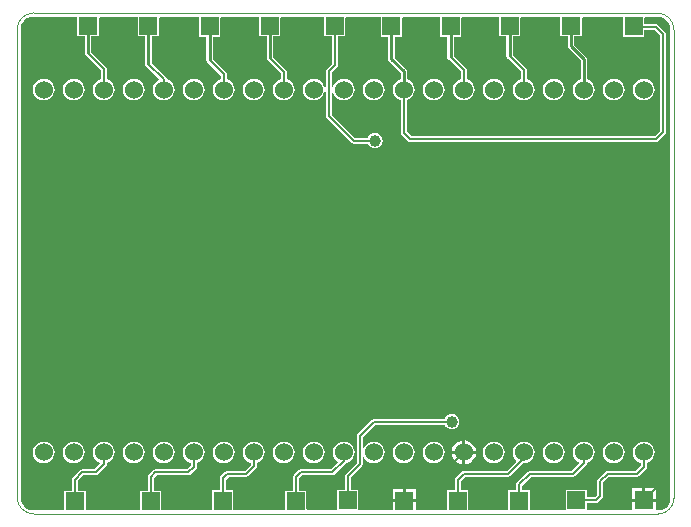
<source format=gtl>
G04*
G04 #@! TF.GenerationSoftware,Altium Limited,Altium Designer,18.1.6 (161)*
G04*
G04 Layer_Physical_Order=1*
G04 Layer_Color=255*
%FSAX44Y44*%
%MOMM*%
G71*
G01*
G75*
%ADD11C,0.2000*%
%ADD12C,0.2540*%
%ADD13C,0.1000*%
%ADD17R,1.5000X1.5000*%
%ADD18C,1.5240*%
%ADD19C,1.0000*%
G36*
X01078000Y01024936D02*
Y01008000D01*
X01084176D01*
Y00991000D01*
X01084391Y00989919D01*
X01085003Y00989003D01*
X01085919Y00988391D01*
X01086026Y00988370D01*
X01095701Y00978694D01*
Y00971966D01*
X01093651Y00971116D01*
X01091746Y00969655D01*
X01090284Y00967749D01*
X01089365Y00965531D01*
X01089051Y00963150D01*
X01089365Y00960769D01*
X01090284Y00958551D01*
X01091746Y00956646D01*
X01093651Y00955184D01*
X01095869Y00954265D01*
X01098250Y00953951D01*
X01100631Y00954265D01*
X01102849Y00955184D01*
X01104754Y00956646D01*
X01106216Y00958551D01*
X01107135Y00960769D01*
X01107449Y00963150D01*
X01107135Y00965531D01*
X01106216Y00967749D01*
X01104754Y00969655D01*
X01102849Y00971116D01*
X01100799Y00971966D01*
Y00979750D01*
X01100605Y00980725D01*
X01100052Y00981552D01*
X01089824Y00991780D01*
Y01008000D01*
X01096000D01*
Y01024038D01*
X01096898Y01024936D01*
X01128000Y01024936D01*
Y01008200D01*
X01134176D01*
Y00992000D01*
X01134391Y00990919D01*
X01135003Y00990003D01*
X01135919Y00989391D01*
X01136026Y00989370D01*
X01146501Y00978894D01*
Y00971966D01*
X01144451Y00971116D01*
X01142545Y00969655D01*
X01141084Y00967749D01*
X01140165Y00965531D01*
X01139851Y00963150D01*
X01140165Y00960769D01*
X01141084Y00958551D01*
X01142545Y00956646D01*
X01144451Y00955184D01*
X01146669Y00954265D01*
X01149050Y00953951D01*
X01151431Y00954265D01*
X01153649Y00955184D01*
X01155555Y00956646D01*
X01157016Y00958551D01*
X01157935Y00960769D01*
X01158249Y00963150D01*
X01157935Y00965531D01*
X01157016Y00967749D01*
X01155555Y00969655D01*
X01153649Y00971116D01*
X01151599Y00971966D01*
Y00979950D01*
X01151405Y00980925D01*
X01150852Y00981752D01*
X01139824Y00992781D01*
Y01008200D01*
X01146000D01*
Y01024037D01*
X01146898Y01024935D01*
X01180000Y01024935D01*
Y01008200D01*
X01186176D01*
Y01000000D01*
X01186176Y01000000D01*
X01186391Y00998919D01*
X01187003Y00998003D01*
X01197026Y00987980D01*
Y00971852D01*
X01195251Y00971116D01*
X01193345Y00969655D01*
X01191884Y00967749D01*
X01190965Y00965531D01*
X01190651Y00963150D01*
X01190965Y00960769D01*
X01191884Y00958551D01*
X01193345Y00956646D01*
X01195251Y00955184D01*
X01197469Y00954265D01*
X01199850Y00953951D01*
X01202231Y00954265D01*
X01204449Y00955184D01*
X01206355Y00956646D01*
X01207816Y00958551D01*
X01208735Y00960769D01*
X01209049Y00963150D01*
X01208735Y00965531D01*
X01207816Y00967749D01*
X01206355Y00969655D01*
X01204449Y00971116D01*
X01202674Y00971852D01*
Y00989150D01*
X01202674Y00989150D01*
X01202459Y00990231D01*
X01201847Y00991147D01*
X01201847Y00991147D01*
X01191824Y01001170D01*
Y01008200D01*
X01198000D01*
Y01024037D01*
X01198898Y01024935D01*
X01233000Y01024934D01*
Y01008000D01*
X01251000D01*
Y01013451D01*
X01259944D01*
X01264451Y01008944D01*
Y00928056D01*
X01259944Y00923549D01*
X01054056D01*
X01049999Y00927606D01*
Y00954334D01*
X01052049Y00955184D01*
X01053954Y00956646D01*
X01055416Y00958551D01*
X01056335Y00960769D01*
X01056649Y00963150D01*
X01056335Y00965531D01*
X01055416Y00967749D01*
X01053954Y00969655D01*
X01052049Y00971116D01*
X01050274Y00971852D01*
Y00978550D01*
X01050274Y00978550D01*
X01050059Y00979631D01*
X01049447Y00980547D01*
X01049447Y00980547D01*
X01039824Y00990170D01*
Y01008000D01*
X01046000D01*
Y01024039D01*
X01046898Y01024937D01*
X01078000Y01024936D01*
D02*
G37*
G36*
X00733921Y01024941D02*
X00733961Y01024948D01*
X00734000Y01024940D01*
X00771000Y01024940D01*
Y01008200D01*
X00777176D01*
Y00994000D01*
X00777391Y00992919D01*
X00778003Y00992003D01*
X00778919Y00991391D01*
X00779026Y00991369D01*
X00790901Y00979494D01*
Y00971966D01*
X00788851Y00971116D01*
X00786945Y00969655D01*
X00785484Y00967749D01*
X00784565Y00965531D01*
X00784251Y00963150D01*
X00784565Y00960769D01*
X00785484Y00958551D01*
X00786945Y00956646D01*
X00788851Y00955184D01*
X00791069Y00954265D01*
X00793450Y00953951D01*
X00795831Y00954265D01*
X00798049Y00955184D01*
X00799955Y00956646D01*
X00801416Y00958551D01*
X00802335Y00960769D01*
X00802649Y00963150D01*
X00802335Y00965531D01*
X00801416Y00967749D01*
X00799955Y00969655D01*
X00798049Y00971116D01*
X00795999Y00971966D01*
Y00980550D01*
X00795805Y00981525D01*
X00795252Y00982352D01*
X00782824Y00994781D01*
Y01008200D01*
X00789000D01*
Y01024042D01*
X00789898Y01024940D01*
X00822000Y01024939D01*
Y01008200D01*
X00828176D01*
Y00985000D01*
X00828391Y00983919D01*
X00829003Y00983003D01*
X00829919Y00982391D01*
X00830026Y00982370D01*
X00839994Y00972402D01*
X00839790Y00971376D01*
X00839556Y00971043D01*
X00837746Y00969655D01*
X00836284Y00967749D01*
X00835365Y00965531D01*
X00835051Y00963150D01*
X00835365Y00960769D01*
X00836284Y00958551D01*
X00837746Y00956646D01*
X00839651Y00955184D01*
X00841869Y00954265D01*
X00844250Y00953951D01*
X00846631Y00954265D01*
X00848849Y00955184D01*
X00850754Y00956646D01*
X00852216Y00958551D01*
X00853135Y00960769D01*
X00853449Y00963150D01*
X00853135Y00965531D01*
X00852216Y00967749D01*
X00850754Y00969655D01*
X00848849Y00971116D01*
X00846752Y00971985D01*
X00846605Y00972726D01*
X00846052Y00973552D01*
X00833824Y00985780D01*
Y01008200D01*
X00840000D01*
Y01024041D01*
X00840898Y01024939D01*
X00874000Y01024939D01*
Y01008000D01*
X00880176D01*
Y00988000D01*
X00880391Y00986919D01*
X00881003Y00986003D01*
X00881919Y00985391D01*
X00882026Y00985369D01*
X00892501Y00974894D01*
Y00971966D01*
X00890451Y00971116D01*
X00888546Y00969655D01*
X00887084Y00967749D01*
X00886165Y00965531D01*
X00885851Y00963150D01*
X00886165Y00960769D01*
X00887084Y00958551D01*
X00888546Y00956646D01*
X00890451Y00955184D01*
X00892669Y00954265D01*
X00895050Y00953951D01*
X00897431Y00954265D01*
X00899649Y00955184D01*
X00901554Y00956646D01*
X00903016Y00958551D01*
X00903935Y00960769D01*
X00904249Y00963150D01*
X00903935Y00965531D01*
X00903016Y00967749D01*
X00901554Y00969655D01*
X00899649Y00971116D01*
X00897599Y00971966D01*
Y00975950D01*
X00897405Y00976926D01*
X00896852Y00977752D01*
X00885824Y00988781D01*
Y01008000D01*
X00892000D01*
Y01024041D01*
X00892898Y01024939D01*
X00925000Y01024938D01*
Y01008200D01*
X00931176D01*
Y00990000D01*
X00931391Y00988919D01*
X00932003Y00988003D01*
X00932919Y00987391D01*
X00933026Y00987370D01*
X00943301Y00977094D01*
Y00971966D01*
X00941251Y00971116D01*
X00939345Y00969655D01*
X00937884Y00967749D01*
X00936965Y00965531D01*
X00936651Y00963150D01*
X00936965Y00960769D01*
X00937884Y00958551D01*
X00939345Y00956646D01*
X00941251Y00955184D01*
X00943469Y00954265D01*
X00945850Y00953951D01*
X00948231Y00954265D01*
X00950449Y00955184D01*
X00952355Y00956646D01*
X00953816Y00958551D01*
X00954735Y00960769D01*
X00955049Y00963150D01*
X00954735Y00965531D01*
X00953816Y00967749D01*
X00952355Y00969655D01*
X00950449Y00971116D01*
X00948399Y00971966D01*
Y00978150D01*
X00948205Y00979126D01*
X00947652Y00979952D01*
X00936824Y00990780D01*
Y01008200D01*
X00943000D01*
Y01024040D01*
X00943898Y01024938D01*
X00980000Y01024938D01*
Y01008200D01*
X00986451D01*
Y00985056D01*
X00982198Y00980802D01*
X00981645Y00979975D01*
X00981451Y00979000D01*
Y00965266D01*
X00980181Y00965183D01*
X00980135Y00965531D01*
X00979216Y00967749D01*
X00977755Y00969655D01*
X00975849Y00971116D01*
X00973631Y00972035D01*
X00971250Y00972349D01*
X00968869Y00972035D01*
X00966651Y00971116D01*
X00964745Y00969655D01*
X00963284Y00967749D01*
X00962365Y00965531D01*
X00962051Y00963150D01*
X00962365Y00960769D01*
X00963284Y00958551D01*
X00964745Y00956646D01*
X00966651Y00955184D01*
X00968869Y00954265D01*
X00971250Y00953951D01*
X00973631Y00954265D01*
X00975849Y00955184D01*
X00977755Y00956646D01*
X00979216Y00958551D01*
X00980135Y00960769D01*
X00980181Y00961117D01*
X00981451Y00961034D01*
Y00941000D01*
X00981645Y00940025D01*
X00982198Y00939198D01*
X01003198Y00918198D01*
X01004025Y00917645D01*
X01005000Y00917451D01*
X01017020D01*
X01017322Y00916722D01*
X01018364Y00915364D01*
X01019722Y00914322D01*
X01021303Y00913667D01*
X01023000Y00913444D01*
X01024697Y00913667D01*
X01026278Y00914322D01*
X01027636Y00915364D01*
X01028678Y00916722D01*
X01029333Y00918303D01*
X01029556Y00920000D01*
X01029333Y00921697D01*
X01028678Y00923278D01*
X01027636Y00924636D01*
X01026278Y00925678D01*
X01024697Y00926333D01*
X01023000Y00926556D01*
X01021303Y00926333D01*
X01019722Y00925678D01*
X01018364Y00924636D01*
X01017322Y00923278D01*
X01017020Y00922549D01*
X01006056D01*
X00986549Y00942056D01*
Y00960528D01*
X00987765Y00960769D01*
X00988684Y00958551D01*
X00990145Y00956646D01*
X00992051Y00955184D01*
X00994269Y00954265D01*
X00996650Y00953951D01*
X00999031Y00954265D01*
X01001249Y00955184D01*
X01003155Y00956646D01*
X01004616Y00958551D01*
X01005535Y00960769D01*
X01005849Y00963150D01*
X01005535Y00965531D01*
X01004616Y00967749D01*
X01003155Y00969655D01*
X01001249Y00971116D01*
X00999031Y00972035D01*
X00996650Y00972349D01*
X00994269Y00972035D01*
X00992051Y00971116D01*
X00990145Y00969655D01*
X00988684Y00967749D01*
X00987765Y00965531D01*
X00986549Y00965772D01*
Y00977944D01*
X00990802Y00982198D01*
X00991355Y00983025D01*
X00991549Y00984000D01*
Y01008200D01*
X00998000D01*
Y01024039D01*
X00998898Y01024937D01*
X01028000Y01024937D01*
Y01008000D01*
X01034176D01*
Y00989000D01*
X01034176Y00989000D01*
X01034391Y00987919D01*
X01035003Y00987003D01*
X01044626Y00977380D01*
Y00971852D01*
X01042851Y00971116D01*
X01040946Y00969655D01*
X01039484Y00967749D01*
X01038565Y00965531D01*
X01038251Y00963150D01*
X01038565Y00960769D01*
X01039484Y00958551D01*
X01040946Y00956646D01*
X01042851Y00955184D01*
X01044901Y00954334D01*
Y00926550D01*
X01045095Y00925574D01*
X01045648Y00924748D01*
X01051198Y00919198D01*
X01052025Y00918645D01*
X01053000Y00918451D01*
X01261000D01*
X01261975Y00918645D01*
X01262802Y00919198D01*
X01268802Y00925198D01*
X01269355Y00926025D01*
X01269549Y00927000D01*
Y01010000D01*
X01269355Y01010975D01*
X01268802Y01011802D01*
X01262802Y01017802D01*
X01261975Y01018355D01*
X01261000Y01018549D01*
X01251000D01*
Y01024036D01*
X01251898Y01024934D01*
X01262040Y01024934D01*
X01263121D01*
X01265242Y01024512D01*
X01267239Y01023685D01*
X01269037Y01022484D01*
X01270566Y01020955D01*
X01271767Y01019157D01*
X01272595Y01017160D01*
X01273008Y01015083D01*
X01272978Y01014047D01*
X01272985Y01014002D01*
X01272976Y01013958D01*
X01272987Y00616990D01*
Y00616007D01*
X01272604Y00614079D01*
X01271852Y00612263D01*
X01270760Y00610629D01*
X01269370Y00609240D01*
X01267736Y00608148D01*
X01265920Y00607396D01*
X01264048Y00607023D01*
X01263123Y00607057D01*
X01263066Y00607048D01*
X01263009Y00607060D01*
X01261588Y00607059D01*
X01260690Y00607957D01*
Y00614280D01*
X01240610D01*
Y00607058D01*
X01203298Y00607056D01*
X01202400Y00607953D01*
Y00612801D01*
X01210000D01*
X01210975Y00612995D01*
X01211802Y00613548D01*
X01215452Y00617198D01*
X01216005Y00618024D01*
X01216199Y00619000D01*
Y00630594D01*
X01221056Y00635451D01*
X01244650D01*
X01245625Y00635645D01*
X01246452Y00636198D01*
X01252452Y00642198D01*
X01253005Y00643025D01*
X01253199Y00644000D01*
Y00647184D01*
X01255249Y00648034D01*
X01257154Y00649496D01*
X01258616Y00651401D01*
X01259535Y00653619D01*
X01259849Y00656000D01*
X01259535Y00658381D01*
X01258616Y00660599D01*
X01257154Y00662505D01*
X01255249Y00663966D01*
X01253031Y00664885D01*
X01250650Y00665199D01*
X01248269Y00664885D01*
X01246051Y00663966D01*
X01244146Y00662505D01*
X01242684Y00660599D01*
X01241765Y00658381D01*
X01241451Y00656000D01*
X01241765Y00653619D01*
X01242684Y00651401D01*
X01244146Y00649496D01*
X01246051Y00648034D01*
X01248101Y00647184D01*
Y00645056D01*
X01243594Y00640549D01*
X01220000D01*
X01219025Y00640355D01*
X01218198Y00639802D01*
X01211848Y00633452D01*
X01211295Y00632626D01*
X01211101Y00631650D01*
Y00620056D01*
X01208944Y00617899D01*
X01202400D01*
Y00624350D01*
X01184400D01*
Y00607054D01*
X01154898Y00607052D01*
X01154000Y00607950D01*
Y00623850D01*
X01147549D01*
Y00627944D01*
X01155056Y00635451D01*
X01191000D01*
X01191975Y00635645D01*
X01192802Y00636198D01*
X01201652Y00645048D01*
X01202205Y00645875D01*
X01202399Y00646850D01*
Y00647184D01*
X01204449Y00648034D01*
X01206355Y00649496D01*
X01207816Y00651401D01*
X01208735Y00653619D01*
X01209049Y00656000D01*
X01208735Y00658381D01*
X01207816Y00660599D01*
X01206355Y00662505D01*
X01204449Y00663966D01*
X01202231Y00664885D01*
X01199850Y00665199D01*
X01197469Y00664885D01*
X01195251Y00663966D01*
X01193345Y00662505D01*
X01191884Y00660599D01*
X01190965Y00658381D01*
X01190651Y00656000D01*
X01190965Y00653619D01*
X01191884Y00651401D01*
X01193345Y00649496D01*
X01195251Y00648034D01*
X01195735Y00647833D01*
X01195983Y00646588D01*
X01189944Y00640549D01*
X01154000D01*
X01153025Y00640355D01*
X01152198Y00639802D01*
X01143198Y00630802D01*
X01142645Y00629976D01*
X01142451Y00629000D01*
Y00623850D01*
X01136000D01*
Y00607051D01*
X01102898Y00607049D01*
X01102000Y00607947D01*
Y00623850D01*
X01095549D01*
Y00631944D01*
X01099056Y00635451D01*
X01136000D01*
X01136975Y00635645D01*
X01137802Y00636198D01*
X01148481Y00646876D01*
X01149050Y00646801D01*
X01151431Y00647115D01*
X01153649Y00648034D01*
X01155555Y00649496D01*
X01157016Y00651401D01*
X01157935Y00653619D01*
X01158249Y00656000D01*
X01157935Y00658381D01*
X01157016Y00660599D01*
X01155555Y00662505D01*
X01153649Y00663966D01*
X01151431Y00664885D01*
X01149050Y00665199D01*
X01146669Y00664885D01*
X01144451Y00663966D01*
X01142545Y00662505D01*
X01141084Y00660599D01*
X01140165Y00658381D01*
X01139851Y00656000D01*
X01140165Y00653619D01*
X01141084Y00651401D01*
X01142545Y00649496D01*
X01142628Y00648233D01*
X01134944Y00640549D01*
X01098000D01*
X01097025Y00640355D01*
X01096198Y00639802D01*
X01091198Y00634802D01*
X01090645Y00633975D01*
X01090451Y00633000D01*
Y00623850D01*
X01084000D01*
Y00607047D01*
X01058938Y00607046D01*
X01058040Y00607944D01*
Y00613580D01*
X01037960D01*
Y00607044D01*
X01009898Y00607042D01*
X01009000Y00607940D01*
Y00624550D01*
X01002549D01*
Y00634944D01*
X01011802Y00644198D01*
X01012355Y00645024D01*
X01012549Y00646000D01*
Y00651787D01*
X01013819Y00652040D01*
X01014084Y00651401D01*
X01015546Y00649496D01*
X01017451Y00648034D01*
X01019669Y00647115D01*
X01022050Y00646801D01*
X01024431Y00647115D01*
X01026649Y00648034D01*
X01028555Y00649496D01*
X01030016Y00651401D01*
X01030935Y00653619D01*
X01031249Y00656000D01*
X01030935Y00658381D01*
X01030016Y00660599D01*
X01028555Y00662505D01*
X01026649Y00663966D01*
X01024431Y00664885D01*
X01022050Y00665199D01*
X01019669Y00664885D01*
X01017451Y00663966D01*
X01015546Y00662505D01*
X01014084Y00660599D01*
X01013819Y00659960D01*
X01012549Y00660213D01*
Y00668944D01*
X01023056Y00679451D01*
X01082020D01*
X01082322Y00678722D01*
X01083364Y00677364D01*
X01084722Y00676322D01*
X01086303Y00675667D01*
X01088000Y00675444D01*
X01089697Y00675667D01*
X01091278Y00676322D01*
X01092636Y00677364D01*
X01093678Y00678722D01*
X01094333Y00680303D01*
X01094556Y00682000D01*
X01094333Y00683697D01*
X01093678Y00685278D01*
X01092636Y00686636D01*
X01091278Y00687678D01*
X01089697Y00688333D01*
X01088000Y00688556D01*
X01086303Y00688333D01*
X01084722Y00687678D01*
X01083364Y00686636D01*
X01082322Y00685278D01*
X01082020Y00684549D01*
X01022000D01*
X01021025Y00684355D01*
X01020198Y00683802D01*
X01008198Y00671802D01*
X01007645Y00670975D01*
X01007451Y00670000D01*
Y00647056D01*
X00998198Y00637802D01*
X00997645Y00636976D01*
X00997451Y00636000D01*
Y00624550D01*
X00991000D01*
Y00607041D01*
X00965898Y00607039D01*
X00965000Y00607938D01*
Y00623600D01*
X00958549D01*
Y00633944D01*
X00961056Y00636451D01*
X00987000D01*
X00987975Y00636645D01*
X00988802Y00637198D01*
X00998452Y00646848D01*
X00998592Y00647057D01*
X00999031Y00647115D01*
X01001249Y00648034D01*
X01003155Y00649496D01*
X01004616Y00651401D01*
X01005535Y00653619D01*
X01005849Y00656000D01*
X01005535Y00658381D01*
X01004616Y00660599D01*
X01003155Y00662505D01*
X01001249Y00663966D01*
X00999031Y00664885D01*
X00996650Y00665199D01*
X00994269Y00664885D01*
X00992051Y00663966D01*
X00990145Y00662505D01*
X00988684Y00660599D01*
X00987765Y00658381D01*
X00987451Y00656000D01*
X00987765Y00653619D01*
X00988684Y00651401D01*
X00990145Y00649496D01*
X00991248Y00648649D01*
X00991391Y00646996D01*
X00985944Y00641549D01*
X00960000D01*
X00959025Y00641355D01*
X00958198Y00640802D01*
X00954198Y00636802D01*
X00953645Y00635975D01*
X00953451Y00635000D01*
Y00623600D01*
X00947000D01*
Y00607038D01*
X00903898Y00607035D01*
X00903000Y00607933D01*
Y00623850D01*
X00896549D01*
Y00632944D01*
X00899056Y00635451D01*
X00914000D01*
X00914976Y00635645D01*
X00915802Y00636198D01*
X00922252Y00642648D01*
X00922805Y00643475D01*
X00922999Y00644450D01*
Y00647184D01*
X00925049Y00648034D01*
X00926954Y00649496D01*
X00928416Y00651401D01*
X00929335Y00653619D01*
X00929649Y00656000D01*
X00929335Y00658381D01*
X00928416Y00660599D01*
X00926954Y00662505D01*
X00925049Y00663966D01*
X00922831Y00664885D01*
X00920450Y00665199D01*
X00918069Y00664885D01*
X00915851Y00663966D01*
X00913945Y00662505D01*
X00912484Y00660599D01*
X00911565Y00658381D01*
X00911251Y00656000D01*
X00911565Y00653619D01*
X00912484Y00651401D01*
X00913945Y00649496D01*
X00915851Y00648034D01*
X00917901Y00647184D01*
Y00645506D01*
X00912944Y00640549D01*
X00898000D01*
X00897025Y00640355D01*
X00896198Y00639802D01*
X00892198Y00635802D01*
X00891645Y00634976D01*
X00891451Y00634000D01*
Y00623850D01*
X00885000D01*
Y00607034D01*
X00842898Y00607031D01*
X00842000Y00607929D01*
Y00623600D01*
X00835549D01*
Y00633944D01*
X00838056Y00636451D01*
X00865000D01*
X00865975Y00636645D01*
X00866802Y00637198D01*
X00871452Y00641848D01*
X00872005Y00642675D01*
X00872199Y00643650D01*
Y00647184D01*
X00874249Y00648034D01*
X00876154Y00649496D01*
X00877616Y00651401D01*
X00878535Y00653619D01*
X00878849Y00656000D01*
X00878535Y00658381D01*
X00877616Y00660599D01*
X00876154Y00662505D01*
X00874249Y00663966D01*
X00872031Y00664885D01*
X00869650Y00665199D01*
X00867269Y00664885D01*
X00865051Y00663966D01*
X00863146Y00662505D01*
X00861684Y00660599D01*
X00860765Y00658381D01*
X00860451Y00656000D01*
X00860765Y00653619D01*
X00861684Y00651401D01*
X00863146Y00649496D01*
X00865051Y00648034D01*
X00867101Y00647184D01*
Y00644706D01*
X00863944Y00641549D01*
X00837000D01*
X00836025Y00641355D01*
X00835198Y00640802D01*
X00831198Y00636802D01*
X00830645Y00635975D01*
X00830451Y00635000D01*
Y00623600D01*
X00824000D01*
Y00607030D01*
X00778898Y00607027D01*
X00778000Y00607925D01*
Y00623600D01*
X00771549D01*
Y00631944D01*
X00776056Y00636451D01*
X00786450D01*
X00787426Y00636645D01*
X00788252Y00637198D01*
X00795252Y00644198D01*
X00795805Y00645025D01*
X00795999Y00646000D01*
Y00647184D01*
X00798049Y00648034D01*
X00799955Y00649496D01*
X00801416Y00651401D01*
X00802335Y00653619D01*
X00802649Y00656000D01*
X00802335Y00658381D01*
X00801416Y00660599D01*
X00799955Y00662505D01*
X00798049Y00663966D01*
X00795831Y00664885D01*
X00793450Y00665199D01*
X00791069Y00664885D01*
X00788851Y00663966D01*
X00786945Y00662505D01*
X00785484Y00660599D01*
X00784565Y00658381D01*
X00784251Y00656000D01*
X00784565Y00653619D01*
X00785484Y00651401D01*
X00786945Y00649496D01*
X00788851Y00648034D01*
X00789722Y00647673D01*
X00790020Y00646175D01*
X00785394Y00641549D01*
X00775000D01*
X00774025Y00641355D01*
X00773198Y00640802D01*
X00767198Y00634802D01*
X00766645Y00633975D01*
X00766451Y00633000D01*
Y00623600D01*
X00760000D01*
Y00607026D01*
X00734000Y00607024D01*
X00732919D01*
X00730798Y00607446D01*
X00728801Y00608273D01*
X00727003Y00609474D01*
X00725474Y00611003D01*
X00724273Y00612801D01*
X00723446Y00614798D01*
X00723031Y00616881D01*
X00723058Y00617923D01*
X00723051Y00617962D01*
X00723059Y00618000D01*
X00723024Y01014000D01*
Y01015081D01*
X00723446Y01017202D01*
X00724273Y01019199D01*
X00725474Y01020997D01*
X00727003Y01022526D01*
X00728801Y01023727D01*
X00730798Y01024554D01*
X00732880Y01024968D01*
X00733921Y01024941D01*
D02*
G37*
%LPC*%
G36*
X01250650Y00972349D02*
X01248269Y00972035D01*
X01246051Y00971116D01*
X01244146Y00969655D01*
X01242684Y00967749D01*
X01241765Y00965531D01*
X01241451Y00963150D01*
X01241765Y00960769D01*
X01242684Y00958551D01*
X01244146Y00956646D01*
X01246051Y00955184D01*
X01248269Y00954265D01*
X01250650Y00953951D01*
X01253031Y00954265D01*
X01255249Y00955184D01*
X01257154Y00956646D01*
X01258616Y00958551D01*
X01259535Y00960769D01*
X01259849Y00963150D01*
X01259535Y00965531D01*
X01258616Y00967749D01*
X01257154Y00969655D01*
X01255249Y00971116D01*
X01253031Y00972035D01*
X01250650Y00972349D01*
D02*
G37*
G36*
X01225250D02*
X01222869Y00972035D01*
X01220651Y00971116D01*
X01218745Y00969655D01*
X01217284Y00967749D01*
X01216365Y00965531D01*
X01216051Y00963150D01*
X01216365Y00960769D01*
X01217284Y00958551D01*
X01218745Y00956646D01*
X01220651Y00955184D01*
X01222869Y00954265D01*
X01225250Y00953951D01*
X01227631Y00954265D01*
X01229849Y00955184D01*
X01231755Y00956646D01*
X01233216Y00958551D01*
X01234135Y00960769D01*
X01234449Y00963150D01*
X01234135Y00965531D01*
X01233216Y00967749D01*
X01231755Y00969655D01*
X01229849Y00971116D01*
X01227631Y00972035D01*
X01225250Y00972349D01*
D02*
G37*
G36*
X01174450D02*
X01172069Y00972035D01*
X01169851Y00971116D01*
X01167945Y00969655D01*
X01166484Y00967749D01*
X01165565Y00965531D01*
X01165251Y00963150D01*
X01165565Y00960769D01*
X01166484Y00958551D01*
X01167945Y00956646D01*
X01169851Y00955184D01*
X01172069Y00954265D01*
X01174450Y00953951D01*
X01176831Y00954265D01*
X01179049Y00955184D01*
X01180955Y00956646D01*
X01182416Y00958551D01*
X01183335Y00960769D01*
X01183649Y00963150D01*
X01183335Y00965531D01*
X01182416Y00967749D01*
X01180955Y00969655D01*
X01179049Y00971116D01*
X01176831Y00972035D01*
X01174450Y00972349D01*
D02*
G37*
G36*
X01123650D02*
X01121269Y00972035D01*
X01119051Y00971116D01*
X01117145Y00969655D01*
X01115684Y00967749D01*
X01114765Y00965531D01*
X01114451Y00963150D01*
X01114765Y00960769D01*
X01115684Y00958551D01*
X01117145Y00956646D01*
X01119051Y00955184D01*
X01121269Y00954265D01*
X01123650Y00953951D01*
X01126031Y00954265D01*
X01128249Y00955184D01*
X01130154Y00956646D01*
X01131616Y00958551D01*
X01132535Y00960769D01*
X01132849Y00963150D01*
X01132535Y00965531D01*
X01131616Y00967749D01*
X01130154Y00969655D01*
X01128249Y00971116D01*
X01126031Y00972035D01*
X01123650Y00972349D01*
D02*
G37*
G36*
X01072850D02*
X01070469Y00972035D01*
X01068251Y00971116D01*
X01066346Y00969655D01*
X01064884Y00967749D01*
X01063965Y00965531D01*
X01063651Y00963150D01*
X01063965Y00960769D01*
X01064884Y00958551D01*
X01066346Y00956646D01*
X01068251Y00955184D01*
X01070469Y00954265D01*
X01072850Y00953951D01*
X01075231Y00954265D01*
X01077449Y00955184D01*
X01079354Y00956646D01*
X01080816Y00958551D01*
X01081735Y00960769D01*
X01082049Y00963150D01*
X01081735Y00965531D01*
X01080816Y00967749D01*
X01079354Y00969655D01*
X01077449Y00971116D01*
X01075231Y00972035D01*
X01072850Y00972349D01*
D02*
G37*
G36*
X01022050D02*
X01019669Y00972035D01*
X01017451Y00971116D01*
X01015546Y00969655D01*
X01014084Y00967749D01*
X01013165Y00965531D01*
X01012851Y00963150D01*
X01013165Y00960769D01*
X01014084Y00958551D01*
X01015546Y00956646D01*
X01017451Y00955184D01*
X01019669Y00954265D01*
X01022050Y00953951D01*
X01024431Y00954265D01*
X01026649Y00955184D01*
X01028555Y00956646D01*
X01030016Y00958551D01*
X01030935Y00960769D01*
X01031249Y00963150D01*
X01030935Y00965531D01*
X01030016Y00967749D01*
X01028555Y00969655D01*
X01026649Y00971116D01*
X01024431Y00972035D01*
X01022050Y00972349D01*
D02*
G37*
G36*
X00920450D02*
X00918069Y00972035D01*
X00915851Y00971116D01*
X00913945Y00969655D01*
X00912484Y00967749D01*
X00911565Y00965531D01*
X00911251Y00963150D01*
X00911565Y00960769D01*
X00912484Y00958551D01*
X00913945Y00956646D01*
X00915851Y00955184D01*
X00918069Y00954265D01*
X00920450Y00953951D01*
X00922831Y00954265D01*
X00925049Y00955184D01*
X00926954Y00956646D01*
X00928416Y00958551D01*
X00929335Y00960769D01*
X00929649Y00963150D01*
X00929335Y00965531D01*
X00928416Y00967749D01*
X00926954Y00969655D01*
X00925049Y00971116D01*
X00922831Y00972035D01*
X00920450Y00972349D01*
D02*
G37*
G36*
X00869650D02*
X00867269Y00972035D01*
X00865051Y00971116D01*
X00863146Y00969655D01*
X00861684Y00967749D01*
X00860765Y00965531D01*
X00860451Y00963150D01*
X00860765Y00960769D01*
X00861684Y00958551D01*
X00863146Y00956646D01*
X00865051Y00955184D01*
X00867269Y00954265D01*
X00869650Y00953951D01*
X00872031Y00954265D01*
X00874249Y00955184D01*
X00876154Y00956646D01*
X00877616Y00958551D01*
X00878535Y00960769D01*
X00878849Y00963150D01*
X00878535Y00965531D01*
X00877616Y00967749D01*
X00876154Y00969655D01*
X00874249Y00971116D01*
X00872031Y00972035D01*
X00869650Y00972349D01*
D02*
G37*
G36*
X00818850D02*
X00816469Y00972035D01*
X00814251Y00971116D01*
X00812346Y00969655D01*
X00810884Y00967749D01*
X00809965Y00965531D01*
X00809651Y00963150D01*
X00809965Y00960769D01*
X00810884Y00958551D01*
X00812346Y00956646D01*
X00814251Y00955184D01*
X00816469Y00954265D01*
X00818850Y00953951D01*
X00821231Y00954265D01*
X00823449Y00955184D01*
X00825355Y00956646D01*
X00826816Y00958551D01*
X00827735Y00960769D01*
X00828049Y00963150D01*
X00827735Y00965531D01*
X00826816Y00967749D01*
X00825355Y00969655D01*
X00823449Y00971116D01*
X00821231Y00972035D01*
X00818850Y00972349D01*
D02*
G37*
G36*
X00768050D02*
X00765669Y00972035D01*
X00763451Y00971116D01*
X00761545Y00969655D01*
X00760084Y00967749D01*
X00759165Y00965531D01*
X00758851Y00963150D01*
X00759165Y00960769D01*
X00760084Y00958551D01*
X00761545Y00956646D01*
X00763451Y00955184D01*
X00765669Y00954265D01*
X00768050Y00953951D01*
X00770431Y00954265D01*
X00772649Y00955184D01*
X00774555Y00956646D01*
X00776016Y00958551D01*
X00776935Y00960769D01*
X00777249Y00963150D01*
X00776935Y00965531D01*
X00776016Y00967749D01*
X00774555Y00969655D01*
X00772649Y00971116D01*
X00770431Y00972035D01*
X00768050Y00972349D01*
D02*
G37*
G36*
X00742650D02*
X00740269Y00972035D01*
X00738051Y00971116D01*
X00736145Y00969655D01*
X00734684Y00967749D01*
X00733765Y00965531D01*
X00733451Y00963150D01*
X00733765Y00960769D01*
X00734684Y00958551D01*
X00736145Y00956646D01*
X00738051Y00955184D01*
X00740269Y00954265D01*
X00742650Y00953951D01*
X00745031Y00954265D01*
X00747249Y00955184D01*
X00749155Y00956646D01*
X00750616Y00958551D01*
X00751535Y00960769D01*
X00751849Y00963150D01*
X00751535Y00965531D01*
X00750616Y00967749D01*
X00749155Y00969655D01*
X00747249Y00971116D01*
X00745031Y00972035D01*
X00742650Y00972349D01*
D02*
G37*
G36*
X01099520Y00666080D02*
Y00657270D01*
X01108331D01*
X01108148Y00658652D01*
X01107125Y00661124D01*
X01105496Y00663246D01*
X01103374Y00664875D01*
X01100902Y00665899D01*
X01099520Y00666080D01*
D02*
G37*
G36*
X01096980Y00666080D02*
X01095598Y00665899D01*
X01093126Y00664875D01*
X01091004Y00663246D01*
X01089375Y00661124D01*
X01088352Y00658652D01*
X01088169Y00657270D01*
X01096980D01*
Y00666080D01*
D02*
G37*
G36*
X01225250Y00665199D02*
X01222869Y00664885D01*
X01220651Y00663966D01*
X01218745Y00662505D01*
X01217284Y00660599D01*
X01216365Y00658381D01*
X01216051Y00656000D01*
X01216365Y00653619D01*
X01217284Y00651401D01*
X01218745Y00649496D01*
X01220651Y00648034D01*
X01222869Y00647115D01*
X01225250Y00646801D01*
X01227631Y00647115D01*
X01229849Y00648034D01*
X01231755Y00649496D01*
X01233216Y00651401D01*
X01234135Y00653619D01*
X01234449Y00656000D01*
X01234135Y00658381D01*
X01233216Y00660599D01*
X01231755Y00662505D01*
X01229849Y00663966D01*
X01227631Y00664885D01*
X01225250Y00665199D01*
D02*
G37*
G36*
X01174450D02*
X01172069Y00664885D01*
X01169851Y00663966D01*
X01167945Y00662505D01*
X01166484Y00660599D01*
X01165565Y00658381D01*
X01165251Y00656000D01*
X01165565Y00653619D01*
X01166484Y00651401D01*
X01167945Y00649496D01*
X01169851Y00648034D01*
X01172069Y00647115D01*
X01174450Y00646801D01*
X01176831Y00647115D01*
X01179049Y00648034D01*
X01180955Y00649496D01*
X01182416Y00651401D01*
X01183335Y00653619D01*
X01183649Y00656000D01*
X01183335Y00658381D01*
X01182416Y00660599D01*
X01180955Y00662505D01*
X01179049Y00663966D01*
X01176831Y00664885D01*
X01174450Y00665199D01*
D02*
G37*
G36*
X01123650D02*
X01121269Y00664885D01*
X01119051Y00663966D01*
X01117145Y00662505D01*
X01115684Y00660599D01*
X01114765Y00658381D01*
X01114451Y00656000D01*
X01114765Y00653619D01*
X01115684Y00651401D01*
X01117145Y00649496D01*
X01119051Y00648034D01*
X01121269Y00647115D01*
X01123650Y00646801D01*
X01126031Y00647115D01*
X01128249Y00648034D01*
X01130154Y00649496D01*
X01131616Y00651401D01*
X01132535Y00653619D01*
X01132849Y00656000D01*
X01132535Y00658381D01*
X01131616Y00660599D01*
X01130154Y00662505D01*
X01128249Y00663966D01*
X01126031Y00664885D01*
X01123650Y00665199D01*
D02*
G37*
G36*
X01072850D02*
X01070469Y00664885D01*
X01068251Y00663966D01*
X01066346Y00662505D01*
X01064884Y00660599D01*
X01063965Y00658381D01*
X01063651Y00656000D01*
X01063965Y00653619D01*
X01064884Y00651401D01*
X01066346Y00649496D01*
X01068251Y00648034D01*
X01070469Y00647115D01*
X01072850Y00646801D01*
X01075231Y00647115D01*
X01077449Y00648034D01*
X01079354Y00649496D01*
X01080816Y00651401D01*
X01081735Y00653619D01*
X01082049Y00656000D01*
X01081735Y00658381D01*
X01080816Y00660599D01*
X01079354Y00662505D01*
X01077449Y00663966D01*
X01075231Y00664885D01*
X01072850Y00665199D01*
D02*
G37*
G36*
X01047450D02*
X01045069Y00664885D01*
X01042851Y00663966D01*
X01040946Y00662505D01*
X01039484Y00660599D01*
X01038565Y00658381D01*
X01038251Y00656000D01*
X01038565Y00653619D01*
X01039484Y00651401D01*
X01040946Y00649496D01*
X01042851Y00648034D01*
X01045069Y00647115D01*
X01047450Y00646801D01*
X01049831Y00647115D01*
X01052049Y00648034D01*
X01053954Y00649496D01*
X01055416Y00651401D01*
X01056335Y00653619D01*
X01056649Y00656000D01*
X01056335Y00658381D01*
X01055416Y00660599D01*
X01053954Y00662505D01*
X01052049Y00663966D01*
X01049831Y00664885D01*
X01047450Y00665199D01*
D02*
G37*
G36*
X00971250D02*
X00968869Y00664885D01*
X00966651Y00663966D01*
X00964745Y00662505D01*
X00963284Y00660599D01*
X00962365Y00658381D01*
X00962051Y00656000D01*
X00962365Y00653619D01*
X00963284Y00651401D01*
X00964745Y00649496D01*
X00966651Y00648034D01*
X00968869Y00647115D01*
X00971250Y00646801D01*
X00973631Y00647115D01*
X00975849Y00648034D01*
X00977755Y00649496D01*
X00979216Y00651401D01*
X00980135Y00653619D01*
X00980449Y00656000D01*
X00980135Y00658381D01*
X00979216Y00660599D01*
X00977755Y00662505D01*
X00975849Y00663966D01*
X00973631Y00664885D01*
X00971250Y00665199D01*
D02*
G37*
G36*
X00945850D02*
X00943469Y00664885D01*
X00941251Y00663966D01*
X00939345Y00662505D01*
X00937884Y00660599D01*
X00936965Y00658381D01*
X00936651Y00656000D01*
X00936965Y00653619D01*
X00937884Y00651401D01*
X00939345Y00649496D01*
X00941251Y00648034D01*
X00943469Y00647115D01*
X00945850Y00646801D01*
X00948231Y00647115D01*
X00950449Y00648034D01*
X00952355Y00649496D01*
X00953816Y00651401D01*
X00954735Y00653619D01*
X00955049Y00656000D01*
X00954735Y00658381D01*
X00953816Y00660599D01*
X00952355Y00662505D01*
X00950449Y00663966D01*
X00948231Y00664885D01*
X00945850Y00665199D01*
D02*
G37*
G36*
X00895050D02*
X00892669Y00664885D01*
X00890451Y00663966D01*
X00888546Y00662505D01*
X00887084Y00660599D01*
X00886165Y00658381D01*
X00885851Y00656000D01*
X00886165Y00653619D01*
X00887084Y00651401D01*
X00888546Y00649496D01*
X00890451Y00648034D01*
X00892669Y00647115D01*
X00895050Y00646801D01*
X00897431Y00647115D01*
X00899649Y00648034D01*
X00901554Y00649496D01*
X00903016Y00651401D01*
X00903935Y00653619D01*
X00904249Y00656000D01*
X00903935Y00658381D01*
X00903016Y00660599D01*
X00901554Y00662505D01*
X00899649Y00663966D01*
X00897431Y00664885D01*
X00895050Y00665199D01*
D02*
G37*
G36*
X00844250D02*
X00841869Y00664885D01*
X00839651Y00663966D01*
X00837746Y00662505D01*
X00836284Y00660599D01*
X00835365Y00658381D01*
X00835051Y00656000D01*
X00835365Y00653619D01*
X00836284Y00651401D01*
X00837746Y00649496D01*
X00839651Y00648034D01*
X00841869Y00647115D01*
X00844250Y00646801D01*
X00846631Y00647115D01*
X00848849Y00648034D01*
X00850754Y00649496D01*
X00852216Y00651401D01*
X00853135Y00653619D01*
X00853449Y00656000D01*
X00853135Y00658381D01*
X00852216Y00660599D01*
X00850754Y00662505D01*
X00848849Y00663966D01*
X00846631Y00664885D01*
X00844250Y00665199D01*
D02*
G37*
G36*
X00818850D02*
X00816469Y00664885D01*
X00814251Y00663966D01*
X00812346Y00662505D01*
X00810884Y00660599D01*
X00809965Y00658381D01*
X00809651Y00656000D01*
X00809965Y00653619D01*
X00810884Y00651401D01*
X00812346Y00649496D01*
X00814251Y00648034D01*
X00816469Y00647115D01*
X00818850Y00646801D01*
X00821231Y00647115D01*
X00823449Y00648034D01*
X00825355Y00649496D01*
X00826816Y00651401D01*
X00827735Y00653619D01*
X00828049Y00656000D01*
X00827735Y00658381D01*
X00826816Y00660599D01*
X00825355Y00662505D01*
X00823449Y00663966D01*
X00821231Y00664885D01*
X00818850Y00665199D01*
D02*
G37*
G36*
X00768050D02*
X00765669Y00664885D01*
X00763451Y00663966D01*
X00761545Y00662505D01*
X00760084Y00660599D01*
X00759165Y00658381D01*
X00758851Y00656000D01*
X00759165Y00653619D01*
X00760084Y00651401D01*
X00761545Y00649496D01*
X00763451Y00648034D01*
X00765669Y00647115D01*
X00768050Y00646801D01*
X00770431Y00647115D01*
X00772649Y00648034D01*
X00774555Y00649496D01*
X00776016Y00651401D01*
X00776935Y00653619D01*
X00777249Y00656000D01*
X00776935Y00658381D01*
X00776016Y00660599D01*
X00774555Y00662505D01*
X00772649Y00663966D01*
X00770431Y00664885D01*
X00768050Y00665199D01*
D02*
G37*
G36*
X00742650D02*
X00740269Y00664885D01*
X00738051Y00663966D01*
X00736145Y00662505D01*
X00734684Y00660599D01*
X00733765Y00658381D01*
X00733451Y00656000D01*
X00733765Y00653619D01*
X00734684Y00651401D01*
X00736145Y00649496D01*
X00738051Y00648034D01*
X00740269Y00647115D01*
X00742650Y00646801D01*
X00745031Y00647115D01*
X00747249Y00648034D01*
X00749155Y00649496D01*
X00750616Y00651401D01*
X00751535Y00653619D01*
X00751849Y00656000D01*
X00751535Y00658381D01*
X00750616Y00660599D01*
X00749155Y00662505D01*
X00747249Y00663966D01*
X00745031Y00664885D01*
X00742650Y00665199D01*
D02*
G37*
G36*
X01096980Y00654730D02*
X01088169D01*
X01088352Y00653348D01*
X01089375Y00650876D01*
X01091004Y00648754D01*
X01093126Y00647125D01*
X01095598Y00646102D01*
X01096980Y00645919D01*
Y00654730D01*
D02*
G37*
G36*
X01108331D02*
X01099520D01*
Y00645919D01*
X01100902Y00646102D01*
X01103374Y00647125D01*
X01105496Y00648754D01*
X01107125Y00650876D01*
X01108148Y00653348D01*
X01108331Y00654730D01*
D02*
G37*
G36*
X01260690Y00625590D02*
X01251920D01*
Y00616820D01*
X01260690D01*
Y00625590D01*
D02*
G37*
G36*
X01249380D02*
X01240610D01*
Y00616820D01*
X01249380D01*
Y00625590D01*
D02*
G37*
G36*
X01058040Y00624890D02*
X01049270D01*
Y00616120D01*
X01058040D01*
Y00624890D01*
D02*
G37*
G36*
X01046730D02*
X01037960D01*
Y00616120D01*
X01046730D01*
Y00624890D01*
D02*
G37*
%LPD*%
D11*
X00984000Y00979000D02*
X00989000Y00984000D01*
X00984000Y00941000D02*
Y00979000D01*
Y00941000D02*
X01005000Y00920000D01*
X00780000Y00994000D02*
X00793450Y00980550D01*
Y00963150D02*
Y00980550D01*
X00831000Y00985000D02*
X00844250Y00971750D01*
Y00963150D02*
Y00971750D01*
X00883000Y00988000D02*
X00895050Y00975950D01*
Y00963150D02*
Y00975950D01*
X00934000Y00990000D02*
X00945850Y00978150D01*
Y00963150D02*
Y00978150D01*
X01087000Y00991000D02*
X01098250Y00979750D01*
Y00963150D02*
Y00979750D01*
X01137000Y00992000D02*
X01149050Y00979950D01*
Y00963150D02*
Y00979950D01*
X01267000Y00927000D02*
Y01010000D01*
X01261000Y01016000D02*
X01267000Y01010000D01*
X01243000Y01016000D02*
X01261000D01*
X01267000Y00631900D02*
Y00670000D01*
X01255000Y00682000D02*
X01267000Y00670000D01*
X01113000Y00682000D02*
X01255000D01*
X01098250Y00667250D02*
X01113000Y00682000D01*
X01098250Y00656000D02*
Y00667250D01*
X01010000Y00670000D02*
X01022000Y00682000D01*
X01088000D01*
X01244650Y00638000D02*
X01250650Y00644000D01*
X01220000Y00638000D02*
X01244650D01*
X01250650Y00644000D02*
Y00656000D01*
X01213650Y00631650D02*
X01220000Y00638000D01*
X01213650Y00619000D02*
Y00631650D01*
X01154000Y00638000D02*
X01191000D01*
X01145000Y00629000D02*
X01154000Y00638000D01*
X01145000Y00614850D02*
Y00629000D01*
X01010000Y00646000D02*
Y00670000D01*
X01000000Y00636000D02*
X01010000Y00646000D01*
X01000000Y00615550D02*
Y00636000D01*
X00793450Y00646000D02*
Y00656000D01*
X00786450Y00639000D02*
X00793450Y00646000D01*
X00775000Y00639000D02*
X00786450D01*
X00769000Y00633000D02*
X00775000Y00639000D01*
X01005000Y00920000D02*
X01023000D01*
X00989000Y00984000D02*
Y01017200D01*
X01047450Y00926550D02*
Y00963150D01*
Y00926550D02*
X01053000Y00921000D01*
X01261000D01*
X01267000Y00927000D01*
X01242000Y01017000D02*
X01243000Y01016000D01*
X00769000Y00614600D02*
Y00633000D01*
X00869650Y00643650D02*
Y00656000D01*
X00865000Y00639000D02*
X00869650Y00643650D01*
X00837000Y00639000D02*
X00865000D01*
X00833000Y00635000D02*
X00837000Y00639000D01*
X00833000Y00614600D02*
Y00635000D01*
X00920450Y00644450D02*
Y00656000D01*
X00914000Y00638000D02*
X00920450Y00644450D01*
X00898000Y00638000D02*
X00914000D01*
X00894000Y00634000D02*
X00898000Y00638000D01*
X00894000Y00614850D02*
Y00634000D01*
X00996650Y00648650D02*
Y00656000D01*
X00987000Y00639000D02*
X00996650Y00648650D01*
X00960000Y00639000D02*
X00987000D01*
X00956000Y00635000D02*
X00960000Y00639000D01*
X00956000Y00614600D02*
Y00635000D01*
X01080250Y00638000D02*
X01098250Y00656000D01*
X01053000Y00638000D02*
X01080250D01*
X01048000Y00633000D02*
X01053000Y00638000D01*
X01048000Y00614850D02*
Y00633000D01*
X01149050Y00651050D02*
Y00656000D01*
X01136000Y00638000D02*
X01149050Y00651050D01*
X01098000Y00638000D02*
X01136000D01*
X01093000Y00633000D02*
X01098000Y00638000D01*
X01093000Y00614850D02*
Y00633000D01*
X01210000Y00615350D02*
X01213650Y00619000D01*
X01199850Y00646850D02*
Y00656000D01*
X01191000Y00638000D02*
X01199850Y00646850D01*
X01193400Y00615350D02*
X01210000D01*
X01250650Y00615550D02*
X01267000Y00631900D01*
D12*
X00780000Y01017200D02*
Y01019000D01*
Y00994000D02*
Y01017200D01*
X00831000D02*
Y01019000D01*
Y00985000D02*
Y01017200D01*
X00883000Y01017000D02*
Y01020000D01*
Y00988000D02*
Y01017000D01*
X00934000Y01017200D02*
Y01019000D01*
Y00990000D02*
Y01017200D01*
X01037000Y00989000D02*
Y01017000D01*
X01047450Y00963150D02*
Y00978550D01*
X01037000Y00989000D02*
X01047450Y00978550D01*
X01087000Y01017000D02*
Y01020000D01*
Y00991000D02*
Y01017000D01*
X01137000Y01017200D02*
Y01019000D01*
Y00992000D02*
Y01017200D01*
X01189000Y01000000D02*
Y01017200D01*
Y01000000D02*
X01199850Y00989150D01*
Y00963150D02*
Y00989150D01*
X01037000Y01017000D02*
Y01020000D01*
X01146350Y00656000D02*
X01149050D01*
X00791950D02*
X00793450D01*
X01072000Y00655150D02*
X01072850Y00656000D01*
D13*
X01263010Y00603953D02*
G03*
X01276046Y00616990I00000000J00013036D01*
G01*
X01276075Y01013958D02*
G03*
X01262040Y01027993I-00014035J00000000D01*
G01*
X00734000Y01028035D02*
G03*
X00719965Y01014000I00000000J-00014035D01*
G01*
Y00618000D02*
G03*
X00734000Y00603965I00014035J00000000D01*
G01*
X01276035Y00616990D02*
X01276035Y01013958D01*
X00734000Y01027999D02*
X01262040Y01027999D01*
X00734000Y00604001D02*
X01263010Y00604001D01*
X00720000Y00618000D02*
X00720000Y01014000D01*
D17*
X01000000Y00615550D02*
D03*
X01242000Y01017000D02*
D03*
X01250650Y00615550D02*
D03*
X00989000Y01017200D02*
D03*
X00934000D02*
D03*
X00883000Y01017000D02*
D03*
X00833000Y00614600D02*
D03*
X00831000Y01017200D02*
D03*
X00769000Y00614600D02*
D03*
X00780000Y01017200D02*
D03*
X00956000Y00614600D02*
D03*
X00894000Y00614850D02*
D03*
X01048000D02*
D03*
X01189000Y01017200D02*
D03*
X01137000D02*
D03*
X01093000Y00614850D02*
D03*
X01087000Y01017000D02*
D03*
X01145000Y00614850D02*
D03*
X01037000Y01017000D02*
D03*
X01193400Y00615350D02*
D03*
D18*
X00844250Y00656000D02*
D03*
X00818850D02*
D03*
X00742650D02*
D03*
X00793450D02*
D03*
X00768050D02*
D03*
X00920450D02*
D03*
X00945850D02*
D03*
X00895050D02*
D03*
X00869650D02*
D03*
X00971250D02*
D03*
X00996650D02*
D03*
X01047450D02*
D03*
X01022050D02*
D03*
X01225250D02*
D03*
X01250650D02*
D03*
X01199850D02*
D03*
X01174450D02*
D03*
X01072850D02*
D03*
X01098250D02*
D03*
X01149050D02*
D03*
X01123650D02*
D03*
X00844250Y00963150D02*
D03*
X00818850D02*
D03*
X00742650D02*
D03*
X00793450D02*
D03*
X00768050D02*
D03*
X00920450D02*
D03*
X00945850D02*
D03*
X00895050D02*
D03*
X00869650D02*
D03*
X00971250D02*
D03*
X00996650D02*
D03*
X01047450D02*
D03*
X01022050D02*
D03*
X01225250D02*
D03*
X01250650D02*
D03*
X01199850D02*
D03*
X01174450D02*
D03*
X01072850D02*
D03*
X01098250D02*
D03*
X01149050D02*
D03*
X01123650D02*
D03*
D19*
X01088000Y00682000D02*
D03*
X01023000Y00920000D02*
D03*
M02*

</source>
